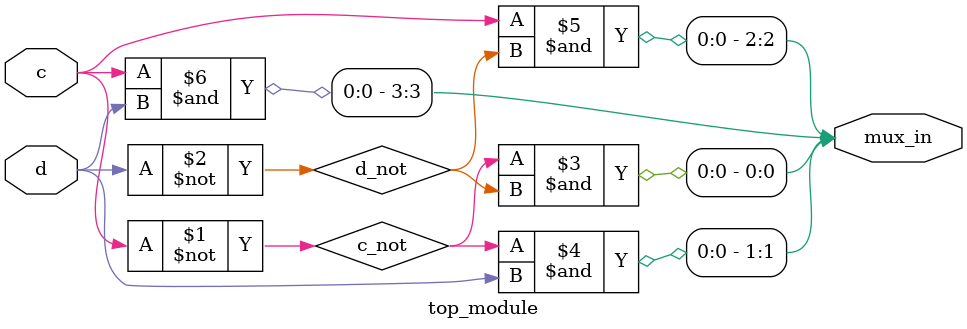
<source format=sv>
module top_module (
    input c,
    input d,
    output [3:0] mux_in
);

    wire c_not, d_not;
    assign c_not = ~c;
    assign d_not = ~d;

    assign mux_in[0] = c_not & d_not;
    assign mux_in[1] = c_not & d;
    assign mux_in[2] = c & d_not;
    assign mux_in[3] = c & d;

endmodule

</source>
